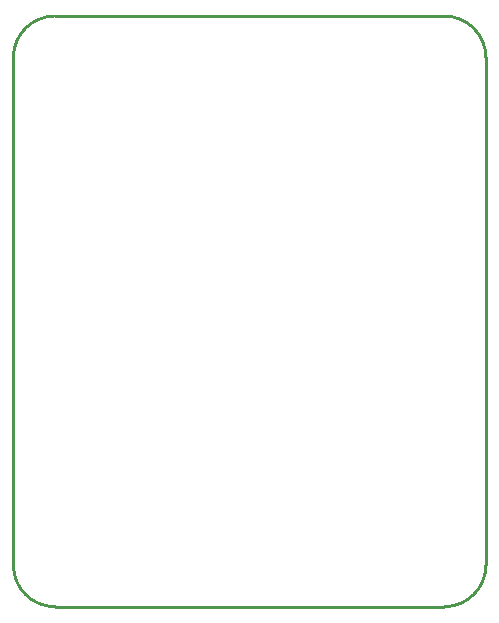
<source format=gbr>
G04 #@! TF.GenerationSoftware,KiCad,Pcbnew,(5.1.8)-1*
G04 #@! TF.CreationDate,2021-05-24T17:48:50-05:00*
G04 #@! TF.ProjectId,PIC16_Ring_of_Fire_Game,50494331-365f-4526-996e-675f6f665f46,1A*
G04 #@! TF.SameCoordinates,Original*
G04 #@! TF.FileFunction,Profile,NP*
%FSLAX46Y46*%
G04 Gerber Fmt 4.6, Leading zero omitted, Abs format (unit mm)*
G04 Created by KiCad (PCBNEW (5.1.8)-1) date 2021-05-24 17:48:50*
%MOMM*%
%LPD*%
G01*
G04 APERTURE LIST*
G04 #@! TA.AperFunction,Profile*
%ADD10C,0.254000*%
G04 #@! TD*
G04 APERTURE END LIST*
D10*
X83500000Y-125000000D02*
X116500000Y-125000000D01*
X120000000Y-121500000D02*
G75*
G02*
X116500000Y-125000000I-3500000J0D01*
G01*
X120000000Y-78500000D02*
X120000000Y-121500000D01*
X116500000Y-75000000D02*
G75*
G02*
X120000000Y-78500000I0J-3500000D01*
G01*
X83500000Y-75000000D02*
X116500000Y-75000000D01*
X80000000Y-78500000D02*
G75*
G02*
X83500000Y-75000000I3500000J0D01*
G01*
X83500000Y-125000000D02*
G75*
G02*
X80000000Y-121500000I0J3500000D01*
G01*
X80000000Y-78500000D02*
X80000000Y-121500000D01*
M02*

</source>
